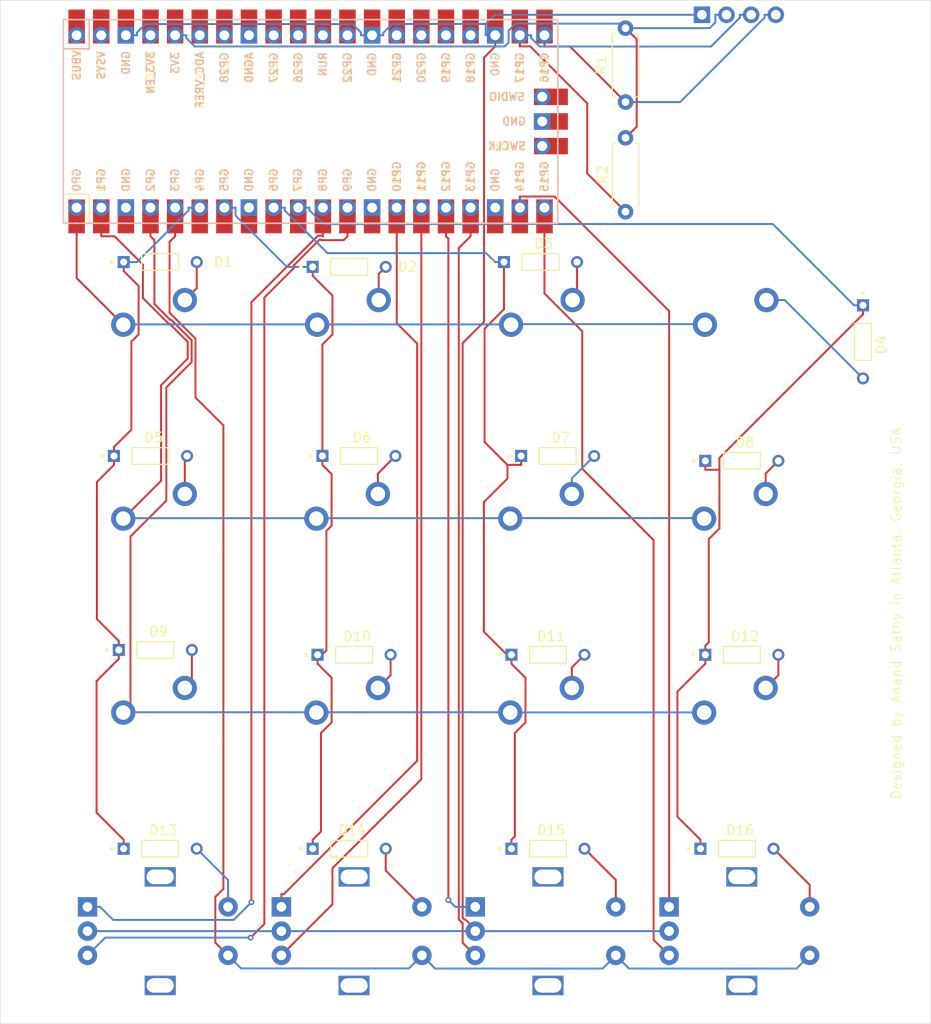
<source format=kicad_pcb>
(kicad_pcb (version 20241229) (generator "pcbnew") (generator_version "9.0")
  (layers (0 "F.Cu" signal) (2 "B.Cu" signal) (13 "F.Paste" user) (15 "B.Paste" user) (5 "F.SilkS" user "F.Silkscreen") (7 "B.SilkS" user "B.Silkscreen") (1 "F.Mask" user) (3 "B.Mask" user) (25 "Edge.Cuts" user))
  (net 0 "")
  (net 1 "Net-(D1-PadA)")
  (net 2 "COL0")
  (net 3 "COL1")
  (net 4 "Net-(D2-PadA)")
  (net 5 "COL2")
  (net 6 "Net-(D3-PadA)")
  (net 7 "COL3")
  (net 8 "Net-(D4-PadA)")
  (net 9 "Net-(D5-PadA)")
  (net 10 "Net-(D6-PadA)")
  (net 11 "Net-(D7-PadA)")
  (net 12 "Net-(D8-PadA)")
  (net 13 "Net-(D9-PadA)")
  (net 14 "Net-(D10-PadA)")
  (net 15 "Net-(D11-PadA)")
  (net 16 "Net-(D12-PadA)")
  (net 17 "Net-(D13-PadA)")
  (net 18 "Net-(D14-PadA)")
  (net 19 "Net-(D15-PadA)")
  (net 20 "Net-(D16-PadA)")
  (net 21 "SCL")
  (net 22 "GND")
  (net 23 "+3V3")
  (net 24 "SDA")
  (net 25 "ROW0")
  (net 26 "ROW1")
  (net 27 "ROW2")
  (net 28 "E1B")
  (net 29 "ROW3")
  (net 30 "E1A")
  (net 31 "E2A")
  (net 32 "E2B")
  (net 33 "E3B")
  (net 34 "E3A")
  (net 35 "E4A")
  (net 36 "E4B")
  (footprint "1N4148:DIOAD753W49L380D172B" (layer "F.Cu") (at 59.5 50.5)
    (property "Reference" "D1")
    (property "Value" "1N4148")
  )
  (footprint "1N4148:DIOAD753W49L380D172B" (layer "F.Cu") (at 119 111)
    (property "Reference" "D16")
    (property "Value" "1N4148")
  )
  (footprint "1N4148:DIOAD753W49L380D172B" (layer "F.Cu") (at 59.5 111)
    (property "Reference" "D13")
    (property "Value" "1N4148")
  )
  (footprint "1N4148:DIOAD753W49L380D172B" (layer "F.Cu") (at 99.5 91)
    (property "Reference" "D11")
    (property "Value" "1N4148")
  )
  (footprint "ScottoKeebs_Scotto:Encoder_EC11_MX" (layer "F.Cu") (at 99.5 119.5)
    (property "Reference" "SW15" (hide yes))
    (property "Value" "RotaryEncoder_Switch" (hide yes))
  )
  (footprint "ScottoKeebs_Scotto:Encoder_EC11_MX" (layer "F.Cu") (at 79.5 119.5)
    (property "Reference" "SW14" (hide yes))
    (property "Value" "RotaryEncoder_Switch" (hide yes))
  )
  (footprint "ScottoKeebs_Scotto:MX_Solder_1.00u" (layer "F.Cu") (at 99.5 59.5)
    (property "Reference" "SW3" (hide yes))
    (property "Value" "SW_Push")
  )
  (footprint "1N4148:DIOAD753W49L380D172B" (layer "F.Cu") (at 59 90.5)
    (property "Reference" "D9")
    (property "Value" "1N4148")
  )
  (footprint "1N4148:DIOAD753W49L380D172B" (layer "F.Cu") (at 80 70.5)
    (property "Reference" "D6")
    (property "Value" "1N4148")
  )
  (footprint "ScottoKeebs_Scotto:MX_Solder_1.00u" (layer "F.Cu") (at 99.42 79.5)
    (property "Reference" "SW7" (hide yes))
    (property "Value" "SW_Push")
  )
  (footprint "1N4148:DIOAD753W49L380D172B" (layer "F.Cu") (at 99.5 111)
    (property "Reference" "D15")
    (property "Value" "1N4148")
  )
  (footprint "ScottoKeebs_MCU:Raspberry_Pi_Pico" (layer "F.Cu") (at 75.01 36 90)
    (property "Reference" "U1" (hide yes))
    (property "Value" "Raspberry_Pi_Pico" (hide yes))
  )
  (footprint "ScottoKeebs_Scotto:MX_Solder_1.00u" (layer "F.Cu") (at 99.42 99.5)
    (property "Reference" "SW11" (hide yes))
    (property "Value" "SW_Push")
  )
  (footprint "ScottoKeebs_Scotto:MX_Solder_1.00u" (layer "F.Cu") (at 59.5 99.5)
    (property "Reference" "SW9" (hide yes))
    (property "Value" "SW_Push")
  )
  (footprint "Resistor_THT:R_Axial_DIN0207_L6.3mm_D2.5mm_P7.62mm_Horizontal" (layer "F.Cu") (at 107.5 34 90)
    (property "Reference" "R1")
    (property "Value" "R")
  )
  (footprint "ScottoKeebs_Scotto:MX_Solder_1.00u" (layer "F.Cu") (at 79.5 59.5)
    (property "Reference" "SW2" (hide yes))
    (property "Value" "SW_Push")
  )
  (footprint "1N4148:DIOAD753W49L380D172B" (layer "F.Cu") (at 100.5 70.5)
    (property "Reference" "D7")
    (property "Value" "1N4148")
  )
  (footprint "1N4148:DIOAD753W49L380D172B" (layer "F.Cu") (at 79 111)
    (property "Reference" "D14")
    (property "Value" "1N4148")
  )
  (footprint "1N4148:DIOAD753W49L380D172B" (layer "F.Cu") (at 98.7315 50.5)
    (property "Reference" "D3")
    (property "Value" "1N4148")
  )
  (footprint "ScottoKeebs_Scotto:Encoder_EC11_MX" (layer "F.Cu") (at 59.5 119.5)
    (property "Reference" "SW13" (hide yes))
    (property "Value" "RotaryEncoder_Switch" (hide yes))
  )
  (footprint "1N4148:DIOAD753W49L380D172B" (layer "F.Cu") (at 58.5 70.5)
    (property "Reference" "D5")
    (property "Value" "1N4148")
  )
  (footprint "1N4148:DIOAD753W49L380D172B" (layer "F.Cu") (at 79.5 91)
    (property "Reference" "D10")
    (property "Value" "1N4148")
  )
  (footprint "ScottoKeebs_Scotto:MX_Solder_1.00u" (layer "F.Cu") (at 59.5 59.5)
    (property "Reference" "SW1" (hide yes))
    (property "Value" "SW_Push")
  )
  (footprint "ScottoKeebs_Scotto:MX_Solder_1.00u" (layer "F.Cu") (at 119.42 79.5)
    (property "Reference" "SW8" (hide yes))
    (property "Value" "SW_Push")
  )
  (footprint "ScottoKeebs_Scotto:MX_Solder_1.00u" (layer "F.Cu") (at 79.42 99.5)
    (property "Reference" "SW10" (hide yes))
    (property "Value" "SW_Push")
  )
  (footprint "Resistor_THT:R_Axial_DIN0207_L6.3mm_D2.5mm_P7.62mm_Horizontal" (layer "F.Cu") (at 107.5 45.31 90)
    (property "Reference" "R2")
    (property "Value" "R")
  )
  (footprint "ScottoKeebs_Components:OLED_128x64" (layer "F.Cu") (at 119.19 25)
    (property "Reference" "J1" (hide yes))
    (property "Value" "OLED_128x64")
  )
  (footprint "ScottoKeebs_Scotto:MX_Solder_1.00u" (layer "F.Cu") (at 59.5 79.5)
    (property "Reference" "SW5" (hide yes))
    (property "Value" "SW_Push")
  )
  (footprint "1N4148:DIOAD753W49L380D172B" (layer "F.Cu") (at 119.5 71)
    (property "Reference" "D8")
    (property "Value" "1N4148")
  )
  (footprint "ScottoKeebs_Scotto:MX_Solder_1.00u" (layer "F.Cu") (at 119.42 99.5)
    (property "Reference" "SW12" (hide yes))
    (property "Value" "SW_Push")
  )
  (footprint "ScottoKeebs_Scotto:MX_Solder_1.00u" (layer "F.Cu") (at 79.42 79.5)
    (property "Reference" "SW6" (hide yes))
    (property "Value" "SW_Push")
  )
  (footprint "1N4148:DIOAD753W49L380D172B" (layer "F.Cu") (at 132 58.7315 -90)
    (property "Reference" "D4")
    (property "Value" "1N4148")
  )
  (footprint "1N4148:DIOAD753W49L380D172B" (layer "F.Cu") (at 79 51)
    (property "Reference" "D2")
    (property "Value" "1N4148")
  )
  (footprint "ScottoKeebs_Scotto:MX_Solder_1.00u" (layer "F.Cu") (at 119.5 59.5)
    (property "Reference" "SW4" (hide yes))
    (property "Value" "SW_Push")
  )
  (footprint "ScottoKeebs_Scotto:Encoder_EC11_MX" (layer "F.Cu") (at 119.5 119.5)
    (property "Reference" "SW16" (hide yes))
    (property "Value" "RotaryEncoder_Switch" (hide yes))
  )
  (footprint "1N4148:DIOAD753W49L380D172B" (layer "F.Cu") (at 119.5 91)
    (property "Reference" "D12")
    (property "Value" "1N4148")
  )
  (gr_rect (start 43 23.5) (end 139 129) (stroke (width 0.05)) (fill no) (layer "Edge.Cuts"))
  (gr_text "Designed by Anand Sathy in Atlanta, Georgia, USA\n" (at 136 106 90) (layer "F.SilkS") (effects (font (size 1 1) (thickness 0.1)) (justify left bottom)))
  (segment (start 63.2685 53.1915) (end 63.2685 50.5) (width 0.2) (layer "F.Cu") (net 1))
  (segment (start 62.04 54.42) (end 63.2685 53.1915) (width 0.2) (layer "F.Cu") (net 1))
  (segment (start 55.7315 110.0793) (end 52.9385 107.2863) (width 0.2) (layer "F.Cu") (net 2))
  (segment (start 54.7315 70.9603) (end 54.7315 70.5) (width 0.2) (layer "F.Cu") (net 2))
  (segment (start 52.9385 93.7137) (end 55.2315 91.4207) (width 0.2) (layer "F.Cu") (net 2))
  (segment (start 54.7315 71.4207) (end 52.974 73.1782) (width 0.2) (layer "F.Cu") (net 2))
  (segment (start 57.2703 52.9595) (end 55.7315 51.4207) (width 0.2) (layer "F.Cu") (net 2))
  (segment (start 54.7315 70.9603) (end 54.7315 71.4207) (width 0.2) (layer "F.Cu") (net 2))
  (segment (start 55.2315 90.5) (end 55.2315 89.5793) (width 0.2) (layer "F.Cu") (net 2))
  (segment (start 54.7315 69.5793) (end 56.5278 67.783) (width 0.2) (layer "F.Cu") (net 2))
  (segment (start 52.974 87.3218) (end 55.2315 89.5793) (width 0.2) (layer "F.Cu") (net 2))
  (segment (start 55.7315 111) (end 55.7315 110.0793) (width 0.2) (layer "F.Cu") (net 2))
  (segment (start 57.2703 57.9666) (end 57.2703 52.9595) (width 0.2) (layer "F.Cu") (net 2))
  (segment (start 54.7315 70.5) (end 54.7315 69.5793) (width 0.2) (layer "F.Cu") (net 2))
  (segment (start 56.5278 58.7091) (end 57.2703 57.9666) (width 0.2) (layer "F.Cu") (net 2))
  (segment (start 52.974 73.1782) (end 52.974 87.3218) (width 0.2) (layer "F.Cu") (net 2))
  (segment (start 52.9385 107.2863) (end 52.9385 93.7137) (width 0.2) (layer "F.Cu") (net 2))
  (segment (start 56.5278 67.783) (end 56.5278 58.7091) (width 0.2) (layer "F.Cu") (net 2))
  (segment (start 55.7315 50.5) (end 55.7315 51.4207) (width 0.2) (layer "F.Cu") (net 2))
  (segment (start 55.2315 90.5) (end 55.2315 91.4207) (width 0.2) (layer "F.Cu") (net 2))
  (segment (start 57.1062 50.5) (end 55.7315 50.5) (width 0.2) (layer "B.Cu") (net 2))
  (segment (start 63.58 44.89) (end 62.4283 44.89) (width 0.2) (layer "B.Cu") (net 2))
  (segment (start 62.4283 45.1779) (end 57.1062 50.5) (width 0.2) (layer "B.Cu") (net 2))
  (segment (start 62.4283 44.89) (end 62.4283 45.1779) (width 0.2) (layer "B.Cu") (net 2))
  (segment (start 76.0846 109.2262) (end 75.2315 110.0793) (width 0.2) (layer "F.Cu") (net 3))
  (segment (start 77.1838 97.9731) (end 76.0846 99.0723) (width 0.2) (layer "F.Cu") (net 3))
  (segment (start 76.0846 99.0723) (end 76.0846 109.2262) (width 0.2) (layer "F.Cu") (net 3))
  (segment (start 77.1838 93.373) (end 77.1838 97.9731) (width 0.2) (layer "F.Cu") (net 3))
  (segment (start 75.7315 91.9207) (end 77.1838 93.373) (width 0.2) (layer "F.Cu") (net 3))
  (segment (start 77.1816 72.3708) (end 76.2315 71.4207) (width 0.2) (layer "F.Cu") (net 3))
  (segment (start 75.2315 51.9207) (end 77.2694 53.9586) (width 0.2) (layer "F.Cu") (net 3))
  (segment (start 77.1816 77.6924) (end 77.1816 72.3708) (width 0.2) (layer "F.Cu") (net 3))
  (segment (start 76.2315 70.5) (end 76.2315 71.4207) (width 0.2) (layer "F.Cu") (net 3))
  (segment (start 75.7315 91) (end 75.7315 91.4603) (width 0.2) (layer "F.Cu") (net 3))
  (segment (start 77.2694 53.9586) (end 77.2694 57.9675) (width 0.2) (layer "F.Cu") (net 3))
  (segment (start 75.2315 111) (end 75.2315 110.0793) (width 0.2) (layer "F.Cu") (net 3))
  (segment (start 76.6467 78.2273) (end 77.1816 77.6924) (width 0.2) (layer "F.Cu") (net 3))
  (segment (start 76.2315 59.0054) (end 76.2315 70.5) (width 0.2) (layer "F.Cu") (net 3))
  (segment (start 76.6467 90.5451) (end 76.6467 78.2273) (width 0.2) (layer "F.Cu") (net 3))
  (segment (start 75.7315 91.4603) (end 75.7315 91.9207) (width 0.2) (layer "F.Cu") (net 3))
  (segment (start 75.2315 51) (end 75.2315 51.9207) (width 0.2) (layer "F.Cu") (net 3))
  (segment (start 75.7315 91.4603) (end 76.6467 90.5451) (width 0.2) (layer "F.Cu") (net 3))
  (segment (start 77.2694 57.9675) (end 76.2315 59.0054) (width 0.2) (layer "F.Cu") (net 3))
  (segment (start 66.12 44.89) (end 67.2717 44.89) (width 0.2) (layer "B.Cu") (net 3))
  (segment (start 67.2717 45.7045) (end 67.2717 44.89) (width 0.2) (layer "B.Cu") (net 3))
  (segment (start 72.5672 51) (end 67.2717 45.7045) (width 0.2) (layer "B.Cu") (net 3))
  (segment (start 75.2315 51) (end 72.5672 51) (width 0.2) (layer "B.Cu") (net 3))
  (segment (start 82.04 51.7285) (end 82.04 54.42) (width 0.2) (layer "F.Cu") (net 4))
  (segment (start 82.7685 51) (end 82.04 51.7285) (width 0.2) (layer "F.Cu") (net 4))
  (segment (start 92.9583 57.377) (end 94.963 55.3723) (width 0.2) (layer "F.Cu") (net 5))
  (segment (start 92.9583 69.0569) (end 92.9583 57.377) (width 0.2) (layer "F.Cu") (net 5))
  (segment (start 96.0846 99.0723) (end 96.0846 109.7262) (width 0.2) (layer "F.Cu") (net 5))
  (segment (start 96.7315 70.5) (end 96.7315 71.4207) (width 0.2) (layer "F.Cu") (net 5))
  (segment (start 95.3221 72.8301) (end 95.3221 71.4207) (width 0.2) (layer "F.Cu") (net 5))
  (segment (start 97.1838 93.373) (end 97.1838 97.9731) (width 0.2) (layer "F.Cu") (net 5))
  (segment (start 95.7315 91.4603) (end 92.8937 88.6225) (width 0.2) (layer "F.Cu") (net 5))
  (segment (start 95.7315 91.4603) (end 95.7315 91.9207) (width 0.2) (layer "F.Cu") (net 5))
  (segment (start 95.3221 71.4207) (end 92.9583 69.0569) (width 0.2) (layer "F.Cu") (net 5))
  (segment (start 95.7315 111) (end 95.7315 110.0793) (width 0.2) (layer "F.Cu") (net 5))
  (segment (start 96.0846 109.7262) (end 95.7315 110.0793) (width 0.2) (layer "F.Cu") (net 5))
  (segment (start 95.7315 91) (end 95.7315 91.4603) (width 0.2) (layer "F.Cu") (net 5))
  (segment (start 97.1838 97.9731) (end 96.0846 99.0723) (width 0.2) (layer "F.Cu") (net 5))
  (segment (start 92.8937 88.6225) (end 92.8937 75.2585) (width 0.2) (layer "F.Cu") (net 5))
  (segment (start 92.8937 75.2585) (end 95.3221 72.8301) (width 0.2) (layer "F.Cu") (net 5))
  (segment (start 95.3221 71.4207) (end 96.7315 71.4207) (width 0.2) (layer "F.Cu") (net 5))
  (segment (start 95.7315 91.9207) (end 97.1838 93.373) (width 0.2) (layer "F.Cu") (net 5))
  (segment (start 94.963 55.3723) (end 94.963 50.5) (width 0.2) (layer "F.Cu") (net 5))
  (segment (start 72.3517 44.89) (end 72.3517 45.178) (width 0.2) (layer "B.Cu") (net 5))
  (segment (start 76.753 49.5793) (end 93.1216 49.5793) (width 0.2) (layer "B.Cu") (net 5))
  (segment (start 94.963 50.5) (end 94.0423 50.5) (width 0.2) (layer "B.Cu") (net 5))
  (segment (start 71.2 44.89) (end 72.3517 44.89) (width 0.2) (layer "B.Cu") (net 5))
  (segment (start 72.3517 45.178) (end 76.753 49.5793) (width 0.2) (layer "B.Cu") (net 5))
  (segment (start 93.1216 49.5793) (end 94.0423 50.5) (width 0.2) (layer "B.Cu") (net 5))
  (segment (start 102.5 53.96) (end 102.5 50.5) (width 0.2) (layer "F.Cu") (net 6))
  (segment (start 102.04 54.42) (end 102.5 53.96) (width 0.2) (layer "F.Cu") (net 6))
  (segment (start 117.1838 71.9207) (end 117.1838 70.6999) (width 0.2) (layer "F.Cu") (net 7))
  (segment (start 115.7315 91) (end 115.7315 91.9207) (width 0.2) (layer "F.Cu") (net 7))
  (segment (start 116.0846 89.7262) (end 116.0846 79.0723) (width 0.2) (layer "F.Cu") (net 7))
  (segment (start 115.7315 90.0793) (end 116.0846 89.7262) (width 0.2) (layer "F.Cu") (net 7))
  (segment (start 117.1838 77.9731) (end 117.1838 71.9207) (width 0.2) (layer "F.Cu") (net 7))
  (segment (start 115.2315 110.0793) (end 112.8554 107.7032) (width 0.2) (layer "F.Cu") (net 7))
  (segment (start 116.0846 79.0723) (end 117.1838 77.9731) (width 0.2) (layer "F.Cu") (net 7))
  (segment (start 115.7315 71.9207) (end 117.1838 71.9207) (width 0.2) (layer "F.Cu") (net 7))
  (segment (start 115.2315 111) (end 115.2315 110.0793) (width 0.2) (layer "F.Cu") (net 7))
  (segment (start 115.7315 91) (end 115.7315 90.0793) (width 0.2) (layer "F.Cu") (net 7))
  (segment (start 132 54.963) (end 132 55.8837) (width 0.2) (layer "F.Cu") (net 7))
  (segment (start 115.7315 71) (end 115.7315 71.9207) (width 0.2) (layer "F.Cu") (net 7))
  (segment (start 117.1838 70.6999) (end 132 55.8837) (width 0.2) (layer "F.Cu") (net 7))
  (segment (start 112.8554 94.7968) (end 115.7315 91.9207) (width 0.2) (layer "F.Cu") (net 7))
  (segment (start 112.8554 107.7032) (end 112.8554 94.7968) (width 0.2) (layer "F.Cu") (net 7))
  (segment (start 122.6948 46.5785) (end 76.3117 46.5785) (width 0.2) (layer "B.Cu") (net 7))
  (segment (start 76.3117 46.5785) (end 74.8917 45.1585) (width 0.2) (layer "B.Cu") (net 7))
  (segment (start 131.0793 54.963) (end 122.6948 46.5785) (width 0.2) (layer "B.Cu") (net 7))
  (segment (start 73.74 44.89) (end 74.8917 44.89) (width 0.2) (layer "B.Cu") (net 7))
  (segment (start 132 54.963) (end 131.0793 54.963) (width 0.2) (layer "B.Cu") (net 7))
  (segment (start 74.8917 45.1585) (end 74.8917 44.89) (width 0.2) (layer "B.Cu") (net 7))
  (segment (start 122.04 54.42) (end 123.92 54.42) (width 0.2) (layer "B.Cu") (net 8))
  (segment (start 123.92 54.42) (end 132 62.5) (width 0.2) (layer "B.Cu") (net 8))
  (segment (start 62.2685 70.5) (end 62.04 70.7285) (width 0.2) (layer "F.Cu") (net 9))
  (segment (start 62.04 70.7285) (end 62.04 74.42) (width 0.2) (layer "F.Cu") (net 9))
  (segment (start 81.96 72.3085) (end 81.96 74.42) (width 0.2) (layer "F.Cu") (net 10))
  (segment (start 83.7685 70.5) (end 81.96 72.3085) (width 0.2) (layer "F.Cu") (net 10))
  (segment (start 101.96 72.8085) (end 101.96 74.42) (width 0.2) (layer "B.Cu") (net 11))
  (segment (start 104.2685 70.5) (end 101.96 72.8085) (width 0.2) (layer "B.Cu") (net 11))
  (segment (start 121.96 72.3085) (end 121.96 74.42) (width 0.2) (layer "F.Cu") (net 12))
  (segment (start 123.2685 71) (end 121.96 72.3085) (width 0.2) (layer "F.Cu") (net 12))
  (segment (start 62.7685 93.6915) (end 62.7685 90.5) (width 0.2) (layer "F.Cu") (net 13))
  (segment (start 62.04 94.42) (end 62.7685 93.6915) (width 0.2) (layer "F.Cu") (net 13))
  (segment (start 81.96 94.42) (end 83.2685 93.1115) (width 0.2) (layer "F.Cu") (net 14))
  (segment (start 83.2685 93.1115) (end 83.2685 91) (width 0.2) (layer "F.Cu") (net 14))
  (segment (start 101.96 92.3085) (end 101.96 94.42) (width 0.2) (layer "F.Cu") (net 15))
  (segment (start 103.2685 91) (end 101.96 92.3085) (width 0.2) (layer "F.Cu") (net 15))
  (segment (start 121.96 94.42) (end 123.2685 93.1115) (width 0.2) (layer "F.Cu") (net 16))
  (segment (start 123.2685 93.1115) (end 123.2685 91) (width 0.2) (layer "F.Cu") (net 16))
  (segment (start 63.2685 111) (end 66.5 114.2315) (width 0.2) (layer "B.Cu") (net 17))
  (segment (start 66.5 114.2315) (end 66.5 117) (width 0.2) (layer "B.Cu") (net 17))
  (segment (start 82.7685 113.2685) (end 82.7685 111) (width 0.2) (layer "F.Cu") (net 18))
  (segment (start 86.5 117) (end 82.7685 113.2685) (width 0.2) (layer "F.Cu") (net 18))
  (segment (start 106.5 114.2315) (end 106.5 117) (width 0.2) (layer "F.Cu") (net 19))
  (segment (start 103.2685 111) (end 106.5 114.2315) (width 0.2) (layer "F.Cu") (net 19))
  (segment (start 122.7685 111) (end 126.5 114.7315) (width 0.2) (layer "F.Cu") (net 20))
  (segment (start 126.5 114.7315) (end 126.5 117) (width 0.2) (layer "F.Cu") (net 20))
  (segment (start 103.5492 41.3592) (end 103.5492 34.1312) (width 0.2) (layer "F.Cu") (net 21))
  (segment (start 97.6797 28.2617) (end 96.6 28.2617) (width 0.2) (layer "F.Cu") (net 21))
  (segment (start 107.5 45.31) (end 103.5492 41.3592) (width 0.2) (layer "F.Cu") (net 21))
  (segment (start 96.6 27.11) (end 96.6 28.2617) (width 0.2) (layer "F.Cu") (net 21))
  (segment (start 103.5492 34.1312) (end 97.6797 28.2617) (width 0.2) (layer "F.Cu") (net 21))
  (segment (start 96.6 27.11) (end 97.7517 27.11) (width 0.2) (layer "B.Cu") (net 21))
  (segment (start 97.7517 27.3785) (end 97.7517 27.11) (width 0.2) (layer "B.Cu") (net 21))
  (segment (start 119.3083 25.2879) (end 116.3212 28.275) (width 0.2) (layer "B.Cu") (net 21))
  (segment (start 120.46 25) (end 119.3083 25) (width 0.2) (layer "B.Cu") (net 21))
  (segment (start 119.3083 25) (end 119.3083 25.2879) (width 0.2) (layer "B.Cu") (net 21))
  (segment (start 98.6482 28.275) (end 97.7517 27.3785) (width 0.2) (layer "B.Cu") (net 21))
  (segment (start 116.3212 28.275) (end 98.6482 28.275) (width 0.2) (layer "B.Cu") (net 21))
  (segment (start 90.875 118.3017) (end 90.9875 118.3017) (width 0.2) (layer "F.Cu") (net 22))
  (segment (start 92.9068 29.4149) (end 92.9068 56.6603) (width 0.2) (layer "F.Cu") (net 22))
  (segment (start 90.9875 118.3017) (end 92 119.3142) (width 0.2) (layer "F.Cu") (net 22))
  (segment (start 90.6983 58.8688) (end 90.6983 118.125) (width 0.2) (layer "F.Cu") (net 22))
  (segment (start 90.6983 118.125) (end 90.875 118.3017) (width 0.2) (layer "F.Cu") (net 22))
  (segment (start 94.06 27.11) (end 94.06 28.2617) (width 0.2) (layer "F.Cu") (net 22))
  (segment (start 94.06 28.2617) (end 92.9068 29.4149) (width 0.2) (layer "F.Cu") (net 22))
  (segment (start 92.9068 56.6603) (end 90.6983 58.8688) (width 0.2) (layer "F.Cu") (net 22))
  (segment (start 92 119.3142) (end 92 119.5) (width 0.2) (layer "F.Cu") (net 22))
  (segment (start 112 119.5) (end 92 119.5) (width 0.2) (layer "B.Cu") (net 22))
  (segment (start 82.5117 26.8638) (end 82.5117 27.11) (width 0.2) (layer "B.Cu") (net 22))
  (segment (start 80.2083 26.822) (end 80.2083 27.11) (width 0.2) (layer "B.Cu") (net 22))
  (segment (start 93.0746 25.9447) (end 83.4308 25.9447) (width 0.2) (layer "B.Cu") (net 22))
  (segment (start 93.0746 25.9447) (end 93.0746 27.11) (width 0.2) (layer "B.Cu") (net 22))
  (segment (start 94.06 27.11) (end 93.0746 27.11) (width 0.2) (layer "B.Cu") (net 22))
  (segment (start 72 119.5) (end 92 119.5) (width 0.2) (layer "B.Cu") (net 22))
  (segment (start 57.1117 27.11) (end 57.1117 26.8221) (width 0.2) (layer "B.Cu") (net 22))
  (segment (start 79.3446 25.9583) (end 80.2083 26.822) (width 0.2) (layer "B.Cu") (net 22))
  (segment (start 94.0193 25) (end 93.0746 25.9447) (width 0.2) (layer "B.Cu") (net 22))
  (segment (start 81.36 27.11) (end 82.5117 27.11) (width 0.2) (layer "B.Cu") (net 22))
  (segment (start 57.9755 25.9583) (end 79.3446 25.9583) (width 0.2) (layer "B.Cu") (net 22))
  (segment (start 81.36 27.11) (end 80.2083 27.11) (width 0.2) (layer "B.Cu") (net 22))
  (segment (start 83.4308 25.9447) (end 82.5117 26.8638) (width 0.2) (layer "B.Cu") (net 22))
  (segment (start 55.96 27.11) (end 57.1117 27.11) (width 0.2) (layer "B.Cu") (net 22))
  (segment (start 57.1117 26.8221) (end 57.9755 25.9583) (width 0.2) (layer "B.Cu") (net 22))
  (segment (start 115.38 25) (end 94.0193 25) (width 0.2) (layer "B.Cu") (net 22))
  (segment (start 52 119.5) (end 72 119.5) (width 0.2) (layer "B.Cu") (net 22))
  (segment (start 108.652 27.532) (end 107.5 26.38) (width 0.2) (layer "F.Cu") (net 23))
  (segment (start 108.652 36.538) (end 108.652 27.532) (width 0.2) (layer "F.Cu") (net 23))
  (segment (start 107.5 37.69) (end 108.652 36.538) (width 0.2) (layer "F.Cu") (net 23))
  (segment (start 116.7683 25.7918) (end 116.1801 26.38) (width 0.2) (layer "B.Cu") (net 23))
  (segment (start 62.1917 27.11) (end 62.1917 27.3979) (width 0.2) (layer "B.Cu") (net 23))
  (segment (start 95.4373 26.6379) (end 96.1681 25.9071) (width 0.2) (layer "B.Cu") (net 23))
  (segment (start 61.04 27.11) (end 62.1917 27.11) (width 0.2) (layer "B.Cu") (net 23))
  (segment (start 107.0271 25.9071) (end 107.5 26.38) (width 0.2) (layer "B.Cu") (net 23))
  (segment (start 63.0617 28.2679) (end 95.0394 28.2679) (width 0.2) (layer "B.Cu") (net 23))
  (segment (start 95.4373 27.87) (end 95.4373 26.6379) (width 0.2) (layer "B.Cu") (net 23))
  (segment (start 95.0394 28.2679) (end 95.4373 27.87) (width 0.2) (layer "B.Cu") (net 23))
  (segment (start 96.1681 25.9071) (end 107.0271 25.9071) (width 0.2) (layer "B.Cu") (net 23))
  (segment (start 117.92 25) (end 116.7683 25) (width 0.2) (layer "B.Cu") (net 23))
  (segment (start 62.1917 27.3979) (end 63.0617 28.2679) (width 0.2) (layer "B.Cu") (net 23))
  (segment (start 116.1801 26.38) (end 107.5 26.38) (width 0.2) (layer "B.Cu") (net 23))
  (segment (start 116.7683 25) (end 116.7683 25.7918) (width 0.2) (layer "B.Cu") (net 23))
  (segment (start 99.14 27.11) (end 99.14 28.2617) (width 0.2) (layer "F.Cu") (net 24))
  (segment (start 101.7617 28.2617) (end 107.5 34) (width 0.2) (layer "F.Cu") (net 24))
  (segment (start 99.14 28.2617) (end 101.7617 28.2617) (width 0.2) (layer "F.Cu") (net 24))
  (segment (start 121.8483 25.2879) (end 113.1362 34) (width 0.2) (layer "B.Cu") (net 24))
  (segment (start 121.8483 25) (end 121.8483 25.2879) (width 0.2) (layer "B.Cu") (net 24))
  (segment (start 123 25) (end 121.8483 25) (width 0.2) (layer "B.Cu") (net 24))
  (segment (start 113.1362 34) (end 107.5 34) (width 0.2) (layer "B.Cu") (net 24))
  (segment (start 50.88 44.89) (end 50.88 52.15) (width 0.2) (layer "F.Cu") (net 25))
  (segment (start 50.88 52.15) (end 55.69 56.96) (width 0.2) (layer "F.Cu") (net 25))
  (segment (start 95.746 56.904) (end 95.69 56.96) (width 0.2) (layer "B.Cu") (net 25))
  (segment (start 55.718 56.932) (end 55.69 56.96) (width 0.2) (layer "B.Cu") (net 25))
  (segment (start 95.662 56.932) (end 75.69 56.932) (width 0.2) (layer "B.Cu") (net 25))
  (segment (start 75.69 56.932) (end 55.718 56.932) (width 0.2) (layer "B.Cu") (net 25))
  (segment (start 75.69 56.932) (end 75.69 56.96) (width 0.2) (layer "B.Cu") (net 25))
  (segment (start 115.634 56.904) (end 95.746 56.904) (width 0.2) (layer "B.Cu") (net 25))
  (segment (start 115.69 56.96) (end 115.634 56.904) (width 0.2) (layer "B.Cu") (net 25))
  (segment (start 95.69 56.96) (end 95.662 56.932) (width 0.2) (layer "B.Cu") (net 25))
  (segment (start 62.3373 58.7286) (end 62.3373 60.4535) (width 0.2) (layer "F.Cu") (net 26))
  (segment (start 57.7183 50.7706) (end 57.7183 54.2096) (width 0.2) (layer "F.Cu") (net 26))
  (segment (start 59.5901 73.0599) (end 55.69 76.96) (width 0.2) (layer "F.Cu") (net 26))
  (segment (start 54.7894 47.8417) (end 57.7183 50.7706) (width 0.2) (layer "F.Cu") (net 26))
  (segment (start 53.42 44.89) (end 53.42 47.8417) (width 0.2) (layer "F.Cu") (net 26))
  (segment (start 53.42 47.8417) (end 54.7894 47.8417) (width 0.2) (layer "F.Cu") (net 26))
  (segment (start 62.3373 60.4535) (end 59.5901 63.2007) (width 0.2) (layer "F.Cu") (net 26))
  (segment (start 59.5901 63.2007) (end 59.5901 73.0599) (width 0.2) (layer "F.Cu") (net 26))
  (segment (start 60.4665 56.8578) (end 62.3373 58.7286) (width 0.2) (layer "F.Cu") (net 26))
  (segment (start 60.3665 56.8578) (end 60.4665 56.8578) (width 0.2) (layer "F.Cu") (net 26))
  (segment (start 57.7183 54.2096) (end 60.3665 56.8578) (width 0.2) (layer "F.Cu") (net 26))
  (segment (start 75.5652 76.9152) (end 75.61 76.96) (width 0.2) (layer "B.Cu") (net 26))
  (segment (start 95.666 76.904) (end 95.61 76.96) (width 0.2) (layer "B.Cu") (net 26))
  (segment (start 115.554 76.904) (end 95.666 76.904) (width 0.2) (layer "B.Cu") (net 26))
  (segment (start 55.69 76.96) (end 55.7348 76.9152) (width 0.2) (layer "B.Cu") (net 26))
  (segment (start 55.7348 76.9152) (end 75.5652 76.9152) (width 0.2) (layer "B.Cu") (net 26))
  (segment (start 95.61 76.96) (end 95.5652 76.9152) (width 0.2) (layer "B.Cu") (net 26))
  (segment (start 75.6548 76.9152) (end 75.61 76.96) (width 0.2) (layer "B.Cu") (net 26))
  (segment (start 115.61 76.96) (end 115.554 76.904) (width 0.2) (layer "B.Cu") (net 26))
  (segment (start 95.5652 76.9152) (end 75.6548 76.9152) (width 0.2) (layer "B.Cu") (net 26))
  (segment (start 58.9017 48.2434) (end 58.5 47.8417) (width 0.2) (layer "F.Cu") (net 27))
  (segment (start 56.4338 96.2162) (end 56.4338 78.8031) (width 0.2) (layer "F.Cu") (net 27))
  (segment (start 60.133 75.1039) (end 60.133 63.426) (width 0.2) (layer "F.Cu") (net 27))
  (segment (start 62.739 58.5623) (end 60.6328 56.4561) (width 0.2) (layer "F.Cu") (net 27))
  (segment (start 60.6328 56.4561) (end 60.5328 56.4561) (width 0.2) (layer "F.Cu") (net 27))
  (segment (start 62.739 60.82) (end 62.739 58.5623) (width 0.2) (layer "F.Cu") (net 27))
  (segment (start 60.5328 56.4561) (end 58.9017 54.825) (width 0.2) (layer "F.Cu") (net 27))
  (segment (start 60.133 63.426) (end 62.739 60.82) (width 0.2) (layer "F.Cu") (net 27))
  (segment (start 55.69 96.96) (end 56.4338 96.2162) (width 0.2) (layer "F.Cu") (net 27))
  (segment (start 56.4338 78.8031) (end 60.133 75.1039) (width 0.2) (layer "F.Cu") (net 27))
  (segment (start 58.5 44.89) (end 58.5 47.8417) (width 0.2) (layer "F.Cu") (net 27))
  (segment (start 58.9017 54.825) (end 58.9017 48.2434) (width 0.2) (layer "F.Cu") (net 27))
  (segment (start 115.61 96.96) (end 115.5983 96.9483) (width 0.2) (layer "B.Cu") (net 27))
  (segment (start 115.5983 96.9483) (end 95.6217 96.9483) (width 0.2) (layer "B.Cu") (net 27))
  (segment (start 95.582 96.932) (end 95.61 96.96) (width 0.2) (layer "B.Cu") (net 27))
  (segment (start 55.718 96.932) (end 55.69 96.96) (width 0.2) (layer "B.Cu") (net 27))
  (segment (start 75.61 96.932) (end 95.582 96.932) (width 0.2) (layer "B.Cu") (net 27))
  (segment (start 75.61 96.932) (end 55.718 96.932) (width 0.2) (layer "B.Cu") (net 27))
  (segment (start 95.6217 96.9483) (end 95.61 96.96) (width 0.2) (layer "B.Cu") (net 27))
  (segment (start 75.61 96.96) (end 75.61 96.932) (width 0.2) (layer "B.Cu") (net 27))
  (segment (start 78.4179 48.2438) (end 76.114 48.2438) (width 0.2) (layer "F.Cu") (net 28))
  (segment (start 76.0594 48.1892) (end 75.9325 48.1892) (width 0.2) (layer "F.Cu") (net 28))
  (segment (start 78.82 44.89) (end 78.82 47.8417) (width 0.2) (layer "F.Cu") (net 28))
  (segment (start 70.2448 54.1599) (end 70.2448 118.7504) (width 0.2) (layer "F.Cu") (net 28))
  (segment (start 76.114 48.2438) (end 76.0594 48.1892) (width 0.2) (layer "F.Cu") (net 28))
  (segment (start 78.82 47.8417) (end 78.4179 48.2438) (width 0.2) (layer "F.Cu") (net 28))
  (segment (start 73.3044 50.8173) (end 73.3044 51.1003) (width 0.2) (layer "F.Cu") (net 28))
  (segment (start 73.3044 51.1003) (end 70.2448 54.1599) (width 0.2) (layer "F.Cu") (net 28))
  (segment (start 75.9325 48.1892) (end 73.3044 50.8173) (width 0.2) (layer "F.Cu") (net 28))
  (segment (start 70.2448 118.7504) (end 68.825 120.1702) (width 0.2) (layer "F.Cu") (net 28))
  (via (at 68.825 120.1702) (size 0.6) (drill 0.3) (layers "F.Cu" "B.Cu") (net 28))
  (segment (start 68.825 120.1702) (end 53.8298 120.1702) (width 0.2) (layer "B.Cu") (net 28))
  (segment (start 53.8298 120.1702) (end 52 122) (width 0.2) (layer "B.Cu") (net 28))
  (segment (start 66.0187 115.143) (end 66.0187 67.3495) (width 0.2) (layer "F.Cu") (net 29))
  (segment (start 66.0187 67.3495) (end 63.1407 64.4715) (width 0.2) (layer "F.Cu") (net 29))
  (segment (start 66.5 122) (end 65.1862 120.6862) (width 0.2) (layer "F.Cu") (net 29))
  (segment (start 61.04 44.89) (end 61.04 47.8417) (width 0.2) (layer "F.Cu") (net 29))
  (segment (start 63.1407 64.4715) (end 63.1407 58.396) (width 0.2) (layer "F.Cu") (net 29))
  (segment (start 65.1862 120.6862) (end 65.1862 115.9755) (width 0.2) (layer "F.Cu") (net 29))
  (segment (start 60.4665 55.7218) (end 60.4665 48.4152) (width 0.2) (layer "F.Cu") (net 29))
  (segment (start 65.1862 115.9755) (end 66.0187 115.143) (width 0.2) (layer "F.Cu") (net 29))
  (segment (start 60.4665 48.4152) (end 61.04 47.8417) (width 0.2) (layer "F.Cu") (net 29))
  (segment (start 63.1407 58.396) (end 60.4665 55.7218) (width 0.2) (layer "F.Cu") (net 29))
  (segment (start 106.5 122) (end 105.1389 123.3611) (width 0.2) (layer "B.Cu") (net 29))
  (segment (start 126.5 122) (end 125.1386 123.3614) (width 0.2) (layer "B.Cu") (net 29))
  (segment (start 66.5 122) (end 67.8498 123.3498) (width 0.2) (layer "B.Cu") (net 29))
  (segment (start 105.1389 123.3611) (end 87.8611 123.3611) (width 0.2) (layer "B.Cu") (net 29))
  (segment (start 107.8614 123.3614) (end 106.5 122) (width 0.2) (layer "B.Cu") (net 29))
  (segment (start 67.8498 123.3498) (end 85.1502 123.3498) (width 0.2) (layer "B.Cu") (net 29))
  (segment (start 125.1386 123.3614) (end 107.8614 123.3614) (width 0.2) (layer "B.Cu") (net 29))
  (segment (start 87.8611 123.3611) (end 86.5 122) (width 0.2) (layer "B.Cu") (net 29))
  (segment (start 85.1502 123.3498) (end 86.5 122) (width 0.2) (layer "B.Cu") (net 29))
  (segment (start 76.28 47.8417) (end 76.2799 47.8417) (width 0.2) (layer "F.Cu") (net 30))
  (segment (start 76.2257 47.7875) (end 75.7662 47.7875) (width 0.2) (layer "F.Cu") (net 30))
  (segment (start 76.2799 47.8417) (end 76.2257 47.7875) (width 0.2) (layer "F.Cu") (net 30))
  (segment (start 68.91 54.6437) (end 68.91 116.5149) (width 0.2) (layer "F.Cu") (net 30))
  (segment (start 75.7662 47.7875) (end 68.91 54.6437) (width 0.2) (layer "F.Cu") (net 30))
  (segment (start 76.28 44.89) (end 76.28 47.8417) (width 0.2) (layer "F.Cu") (net 30))
  (via (at 68.91 116.5149) (size 0.6) (drill 0.3) (layers "F.Cu" "B.Cu") (net 30))
  (segment (start 52 117) (end 53.3017 117) (width 0.2) (layer "B.Cu") (net 30))
  (segment (start 67.0795 118.3454) (end 54.6471 118.3454) (width 0.2) (layer "B.Cu") (net 30))
  (segment (start 54.6471 118.3454) (end 53.3017 117) (width 0.2) (layer "B.Cu") (net 30))
  (segment (start 68.91 116.5149) (end 67.0795 118.3454) (width 0.2) (layer "B.Cu") (net 30))
  (segment (start 72 117) (end 72 115.6983) (width 0.2) (layer "F.Cu") (net 31))
  (segment (start 86.0067 101.9357) (end 72.2441 115.6983) (width 0.2) (layer "F.Cu") (net 31))
  (segment (start 83.9 44.89) (end 83.9 56.8023) (width 0.2) (layer "F.Cu") (net 31))
  (segment (start 83.9 56.8023) (end 86.0067 58.909) (width 0.2) (layer "F.Cu") (net 31))
  (segment (start 86.0067 58.909) (end 86.0067 101.9357) (width 0.2) (layer "F.Cu") (net 31))
  (segment (start 72.2441 115.6983) (end 72 115.6983) (width 0.2) (layer "F.Cu") (net 31))
  (segment (start 72 122) (end 77.2702 116.7298) (width 0.2) (layer "F.Cu") (net 32))
  (segment (start 77.2702 113.0088) (end 86.44 103.839) (width 0.2) (layer "F.Cu") (net 32))
  (segment (start 77.2702 116.7298) (end 77.2702 113.0088) (width 0.2) (layer "F.Cu") (net 32))
  (segment (start 86.44 103.839) (end 86.44 44.89) (width 0.2) (layer "F.Cu") (net 32))
  (segment (start 90.6983 118.693) (end 90.6983 120.6983) (width 0.2) (layer "F.Cu") (net 33))
  (segment (start 90.532 118.5267) (end 90.6983 118.693) (width 0.2) (layer "F.Cu") (net 33))
  (segment (start 90.6983 120.6983) (end 92 122) (width 0.2) (layer "F.Cu") (net 33))
  (segment (start 90.2966 49.0651) (end 90.2966 118.2913) (width 0.2) (layer "F.Cu") (net 33))
  (segment (start 91.52 47.8417) (end 90.2966 49.0651) (width 0.2) (layer "F.Cu") (net 33))
  (segment (start 90.2966 118.2913) (end 90.532 118.5267) (width 0.2) (layer "F.Cu") (net 33))
  (segment (start 90.532 118.5267) (end 90.6983 118.693) (width 0.2) (layer "F.Cu") (net 33))
  (segment (start 91.52 44.89) (end 91.52 47.8417) (width 0.2) (layer "F.Cu") (net 33))
  (segment (start 89.2283 116.293) (end 89.2283 48.09) (width 0.2) (layer "F.Cu") (net 34))
  (segment (start 88.98 44.89) (end 88.98 47.8417) (width 0.2) (layer "F.Cu") (net 34))
  (segment (start 89.2283 48.09) (end 88.98 47.8417) (width 0.2) (layer "F.Cu") (net 34))
  (via (at 89.2283 116.293) (size 0.6) (drill 0.3) (layers "F.Cu" "B.Cu") (net 34))
  (segment (start 92 117) (end 89.9353 117) (width 0.2) (layer "B.Cu") (net 34))
  (segment (start 89.9353 117) (end 89.2283 116.293) (width 0.2) (layer "B.Cu") (net 34))
  (segment (start 112 117) (end 112 55.5551) (width 0.2) (layer "F.Cu") (net 35))
  (segment (start 96.6 44.89) (end 96.6 43.7383) (width 0.2) (layer "F.Cu") (net 35))
  (segment (start 112 55.5551) (end 100.1832 43.7383) (width 0.2) (layer "F.Cu") (net 35))
  (segment (start 100.1832 43.7383) (end 96.6 43.7383) (width 0.2) (layer "F.Cu") (net 35))
  (segment (start 99.14 53.7402) (end 99.14 44.89) (width 0.2) (layer "F.Cu") (net 36))
  (segment (start 110.3972 120.3972) (end 110.3972 79.1769) (width 0.2) (layer "F.Cu") (net 36))
  (segment (start 112 122) (end 110.3972 120.3972) (width 0.2) (layer "F.Cu") (net 36))
  (segment (start 110.3972 79.1769) (end 103.0356 71.8153) (width 0.2) (layer "F.Cu") (net 36))
  (segment (start 103.0356 71.8153) (end 103.0356 57.6358) (width 0.2) (layer "F.Cu") (net 36))
  (segment (start 103.0356 57.6358) (end 99.14 53.7402) (width 0.2) (layer "F.Cu") (net 36))
)
</source>
